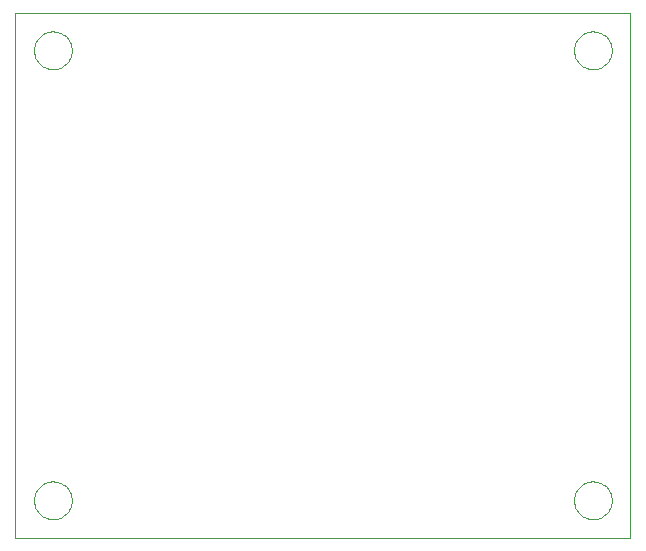
<source format=gm1>
G75*
G70*
%OFA0B0*%
%FSLAX24Y24*%
%IPPOS*%
%LPD*%
%AMOC8*
5,1,8,0,0,1.08239X$1,22.5*
%
%ADD10C,0.0000*%
D10*
X000100Y000910D02*
X000100Y018410D01*
X020600Y018410D01*
X020600Y000910D01*
X000100Y000910D01*
X000720Y002160D02*
X000722Y002210D01*
X000728Y002260D01*
X000738Y002309D01*
X000752Y002357D01*
X000769Y002404D01*
X000790Y002449D01*
X000815Y002493D01*
X000843Y002534D01*
X000875Y002573D01*
X000909Y002610D01*
X000946Y002644D01*
X000986Y002674D01*
X001028Y002701D01*
X001072Y002725D01*
X001118Y002746D01*
X001165Y002762D01*
X001213Y002775D01*
X001263Y002784D01*
X001312Y002789D01*
X001363Y002790D01*
X001413Y002787D01*
X001462Y002780D01*
X001511Y002769D01*
X001559Y002754D01*
X001605Y002736D01*
X001650Y002714D01*
X001693Y002688D01*
X001734Y002659D01*
X001773Y002627D01*
X001809Y002592D01*
X001841Y002554D01*
X001871Y002514D01*
X001898Y002471D01*
X001921Y002427D01*
X001940Y002381D01*
X001956Y002333D01*
X001968Y002284D01*
X001976Y002235D01*
X001980Y002185D01*
X001980Y002135D01*
X001976Y002085D01*
X001968Y002036D01*
X001956Y001987D01*
X001940Y001939D01*
X001921Y001893D01*
X001898Y001849D01*
X001871Y001806D01*
X001841Y001766D01*
X001809Y001728D01*
X001773Y001693D01*
X001734Y001661D01*
X001693Y001632D01*
X001650Y001606D01*
X001605Y001584D01*
X001559Y001566D01*
X001511Y001551D01*
X001462Y001540D01*
X001413Y001533D01*
X001363Y001530D01*
X001312Y001531D01*
X001263Y001536D01*
X001213Y001545D01*
X001165Y001558D01*
X001118Y001574D01*
X001072Y001595D01*
X001028Y001619D01*
X000986Y001646D01*
X000946Y001676D01*
X000909Y001710D01*
X000875Y001747D01*
X000843Y001786D01*
X000815Y001827D01*
X000790Y001871D01*
X000769Y001916D01*
X000752Y001963D01*
X000738Y002011D01*
X000728Y002060D01*
X000722Y002110D01*
X000720Y002160D01*
X000720Y017160D02*
X000722Y017210D01*
X000728Y017260D01*
X000738Y017309D01*
X000752Y017357D01*
X000769Y017404D01*
X000790Y017449D01*
X000815Y017493D01*
X000843Y017534D01*
X000875Y017573D01*
X000909Y017610D01*
X000946Y017644D01*
X000986Y017674D01*
X001028Y017701D01*
X001072Y017725D01*
X001118Y017746D01*
X001165Y017762D01*
X001213Y017775D01*
X001263Y017784D01*
X001312Y017789D01*
X001363Y017790D01*
X001413Y017787D01*
X001462Y017780D01*
X001511Y017769D01*
X001559Y017754D01*
X001605Y017736D01*
X001650Y017714D01*
X001693Y017688D01*
X001734Y017659D01*
X001773Y017627D01*
X001809Y017592D01*
X001841Y017554D01*
X001871Y017514D01*
X001898Y017471D01*
X001921Y017427D01*
X001940Y017381D01*
X001956Y017333D01*
X001968Y017284D01*
X001976Y017235D01*
X001980Y017185D01*
X001980Y017135D01*
X001976Y017085D01*
X001968Y017036D01*
X001956Y016987D01*
X001940Y016939D01*
X001921Y016893D01*
X001898Y016849D01*
X001871Y016806D01*
X001841Y016766D01*
X001809Y016728D01*
X001773Y016693D01*
X001734Y016661D01*
X001693Y016632D01*
X001650Y016606D01*
X001605Y016584D01*
X001559Y016566D01*
X001511Y016551D01*
X001462Y016540D01*
X001413Y016533D01*
X001363Y016530D01*
X001312Y016531D01*
X001263Y016536D01*
X001213Y016545D01*
X001165Y016558D01*
X001118Y016574D01*
X001072Y016595D01*
X001028Y016619D01*
X000986Y016646D01*
X000946Y016676D01*
X000909Y016710D01*
X000875Y016747D01*
X000843Y016786D01*
X000815Y016827D01*
X000790Y016871D01*
X000769Y016916D01*
X000752Y016963D01*
X000738Y017011D01*
X000728Y017060D01*
X000722Y017110D01*
X000720Y017160D01*
X018720Y017160D02*
X018722Y017210D01*
X018728Y017260D01*
X018738Y017309D01*
X018752Y017357D01*
X018769Y017404D01*
X018790Y017449D01*
X018815Y017493D01*
X018843Y017534D01*
X018875Y017573D01*
X018909Y017610D01*
X018946Y017644D01*
X018986Y017674D01*
X019028Y017701D01*
X019072Y017725D01*
X019118Y017746D01*
X019165Y017762D01*
X019213Y017775D01*
X019263Y017784D01*
X019312Y017789D01*
X019363Y017790D01*
X019413Y017787D01*
X019462Y017780D01*
X019511Y017769D01*
X019559Y017754D01*
X019605Y017736D01*
X019650Y017714D01*
X019693Y017688D01*
X019734Y017659D01*
X019773Y017627D01*
X019809Y017592D01*
X019841Y017554D01*
X019871Y017514D01*
X019898Y017471D01*
X019921Y017427D01*
X019940Y017381D01*
X019956Y017333D01*
X019968Y017284D01*
X019976Y017235D01*
X019980Y017185D01*
X019980Y017135D01*
X019976Y017085D01*
X019968Y017036D01*
X019956Y016987D01*
X019940Y016939D01*
X019921Y016893D01*
X019898Y016849D01*
X019871Y016806D01*
X019841Y016766D01*
X019809Y016728D01*
X019773Y016693D01*
X019734Y016661D01*
X019693Y016632D01*
X019650Y016606D01*
X019605Y016584D01*
X019559Y016566D01*
X019511Y016551D01*
X019462Y016540D01*
X019413Y016533D01*
X019363Y016530D01*
X019312Y016531D01*
X019263Y016536D01*
X019213Y016545D01*
X019165Y016558D01*
X019118Y016574D01*
X019072Y016595D01*
X019028Y016619D01*
X018986Y016646D01*
X018946Y016676D01*
X018909Y016710D01*
X018875Y016747D01*
X018843Y016786D01*
X018815Y016827D01*
X018790Y016871D01*
X018769Y016916D01*
X018752Y016963D01*
X018738Y017011D01*
X018728Y017060D01*
X018722Y017110D01*
X018720Y017160D01*
X018720Y002160D02*
X018722Y002210D01*
X018728Y002260D01*
X018738Y002309D01*
X018752Y002357D01*
X018769Y002404D01*
X018790Y002449D01*
X018815Y002493D01*
X018843Y002534D01*
X018875Y002573D01*
X018909Y002610D01*
X018946Y002644D01*
X018986Y002674D01*
X019028Y002701D01*
X019072Y002725D01*
X019118Y002746D01*
X019165Y002762D01*
X019213Y002775D01*
X019263Y002784D01*
X019312Y002789D01*
X019363Y002790D01*
X019413Y002787D01*
X019462Y002780D01*
X019511Y002769D01*
X019559Y002754D01*
X019605Y002736D01*
X019650Y002714D01*
X019693Y002688D01*
X019734Y002659D01*
X019773Y002627D01*
X019809Y002592D01*
X019841Y002554D01*
X019871Y002514D01*
X019898Y002471D01*
X019921Y002427D01*
X019940Y002381D01*
X019956Y002333D01*
X019968Y002284D01*
X019976Y002235D01*
X019980Y002185D01*
X019980Y002135D01*
X019976Y002085D01*
X019968Y002036D01*
X019956Y001987D01*
X019940Y001939D01*
X019921Y001893D01*
X019898Y001849D01*
X019871Y001806D01*
X019841Y001766D01*
X019809Y001728D01*
X019773Y001693D01*
X019734Y001661D01*
X019693Y001632D01*
X019650Y001606D01*
X019605Y001584D01*
X019559Y001566D01*
X019511Y001551D01*
X019462Y001540D01*
X019413Y001533D01*
X019363Y001530D01*
X019312Y001531D01*
X019263Y001536D01*
X019213Y001545D01*
X019165Y001558D01*
X019118Y001574D01*
X019072Y001595D01*
X019028Y001619D01*
X018986Y001646D01*
X018946Y001676D01*
X018909Y001710D01*
X018875Y001747D01*
X018843Y001786D01*
X018815Y001827D01*
X018790Y001871D01*
X018769Y001916D01*
X018752Y001963D01*
X018738Y002011D01*
X018728Y002060D01*
X018722Y002110D01*
X018720Y002160D01*
M02*

</source>
